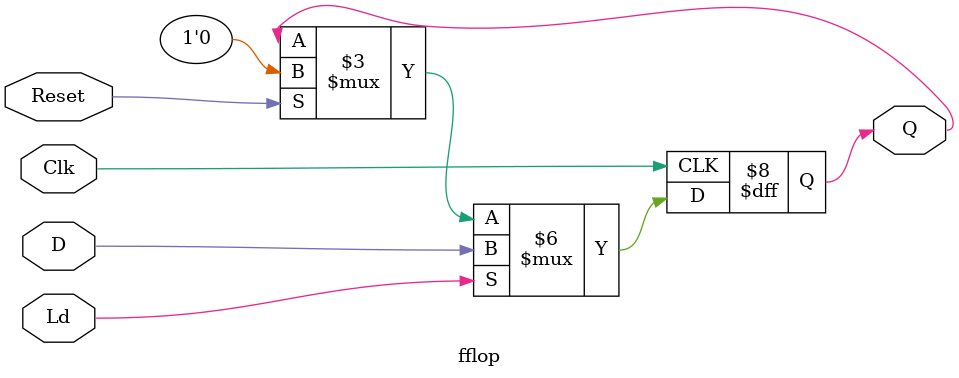
<source format=sv>
module fflop(input logic Clk, Ld, D, Reset, 
				 output logic Q);
	
	always_ff @ (posedge Clk)
		begin
			if(Ld)
				Q <= D;
			else if(Reset)
				Q <= 1'b0;
			else
				Q <= Q;
		end
		 
endmodule

</source>
